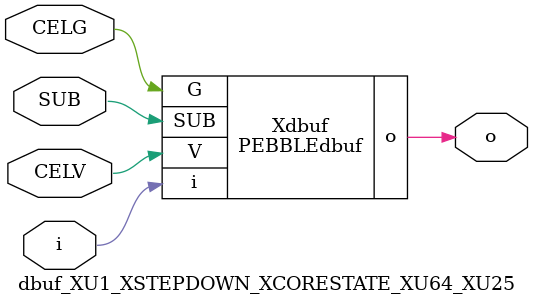
<source format=v>



module PEBBLEdbuf ( o, G, SUB, V, i );

  input V;
  input i;
  input G;
  output o;
  input SUB;
endmodule

//Celera Confidential Do Not Copy dbuf_XU1_XSTEPDOWN_XCORESTATE_XU64_XU25
//Celera Confidential Symbol Generator
//Digital Buffer
module dbuf_XU1_XSTEPDOWN_XCORESTATE_XU64_XU25 (CELV,CELG,i,o,SUB);
input CELV;
input CELG;
input i;
input SUB;
output o;

//Celera Confidential Do Not Copy dbuf
PEBBLEdbuf Xdbuf(
.V (CELV),
.i (i),
.o (o),
.SUB (SUB),
.G (CELG)
);
//,diesize,PEBBLEdbuf

//Celera Confidential Do Not Copy Module End
//Celera Schematic Generator
endmodule

</source>
